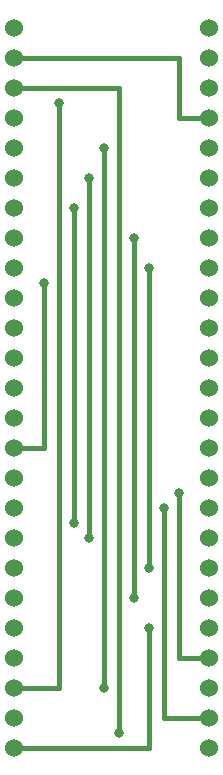
<source format=gbr>
G04 DesignSpark PCB Gerber Version 10.0 Build 5299*
%FSLAX35Y35*%
%MOIN*%
%ADD11C,0.01500*%
%ADD146C,0.03189*%
%ADD10C,0.06000*%
X0Y0D02*
D02*
D10*
X10250Y10250D03*
Y20250D03*
Y30250D03*
Y40250D03*
Y50250D03*
Y60250D03*
Y70250D03*
Y80250D03*
Y90250D03*
Y100250D03*
Y110250D03*
Y120250D03*
Y130250D03*
Y140250D03*
Y150250D03*
Y160250D03*
Y170250D03*
Y180250D03*
Y190250D03*
Y200250D03*
Y210250D03*
Y220250D03*
Y230250D03*
Y240250D03*
Y250250D03*
X75250Y10250D03*
Y20250D03*
Y30250D03*
Y40250D03*
Y50250D03*
Y60250D03*
Y70250D03*
Y80250D03*
Y90250D03*
Y100250D03*
Y110250D03*
Y120250D03*
Y130250D03*
Y140250D03*
Y150250D03*
Y160250D03*
Y170250D03*
Y180250D03*
Y190250D03*
Y200250D03*
Y210250D03*
Y220250D03*
Y230250D03*
Y240250D03*
Y250250D03*
D02*
D11*
X10250Y30250D02*
X25250D01*
Y225250D01*
X10250Y110250D02*
X20250D01*
Y165250D01*
X30250Y190250D02*
Y85250D01*
X35250Y200250D02*
Y80250D01*
X40250Y210250D02*
Y30250D01*
X45250Y15250D02*
Y230250D01*
X10250D01*
X50250Y180250D02*
Y60250D01*
X55250Y50250D02*
Y10250D01*
X10250D01*
X55250Y170250D02*
Y70250D01*
X75250Y20250D02*
X60250D01*
Y90250D01*
X75250Y40250D02*
X65250D01*
Y95250D01*
X75250Y220250D02*
X65250D01*
Y240250D01*
X10250D01*
D02*
D146*
X20250Y165250D03*
X25250Y225250D03*
X30250Y85250D03*
Y190250D03*
X35250Y80250D03*
Y200250D03*
X40250Y30250D03*
Y210250D03*
X45250Y15250D03*
X50250Y60250D03*
Y180250D03*
X55250Y50250D03*
Y70250D03*
Y170250D03*
X60250Y90250D03*
X65250Y95250D03*
X0Y0D02*
M02*

</source>
